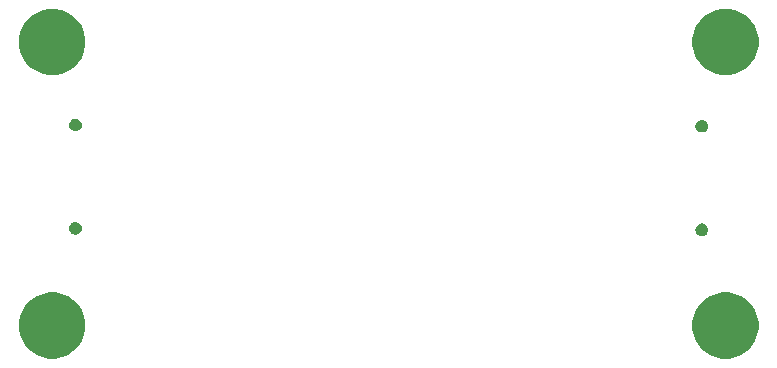
<source format=gbr>
G04 #@! TF.GenerationSoftware,KiCad,Pcbnew,5.1.2-f72e74a~84~ubuntu18.04.1*
G04 #@! TF.CreationDate,2019-07-13T08:00:24-04:00*
G04 #@! TF.ProjectId,iss-lna,6973732d-6c6e-4612-9e6b-696361645f70,rev?*
G04 #@! TF.SameCoordinates,Original*
G04 #@! TF.FileFunction,Soldermask,Bot*
G04 #@! TF.FilePolarity,Negative*
%FSLAX46Y46*%
G04 Gerber Fmt 4.6, Leading zero omitted, Abs format (unit mm)*
G04 Created by KiCad (PCBNEW 5.1.2-f72e74a~84~ubuntu18.04.1) date 2019-07-13 08:00:24*
%MOMM*%
%LPD*%
G04 APERTURE LIST*
%ADD10C,0.100000*%
G04 APERTURE END LIST*
D10*
G36*
X140817021Y-67306640D02*
G01*
X141326769Y-67517785D01*
X141326771Y-67517786D01*
X141785534Y-67824321D01*
X142175679Y-68214466D01*
X142482214Y-68673229D01*
X142482215Y-68673231D01*
X142693360Y-69182979D01*
X142801000Y-69724124D01*
X142801000Y-70275876D01*
X142693360Y-70817021D01*
X142482215Y-71326769D01*
X142482214Y-71326771D01*
X142175679Y-71785534D01*
X141785534Y-72175679D01*
X141326771Y-72482214D01*
X141326770Y-72482215D01*
X141326769Y-72482215D01*
X140817021Y-72693360D01*
X140275876Y-72801000D01*
X139724124Y-72801000D01*
X139182979Y-72693360D01*
X138673231Y-72482215D01*
X138673230Y-72482215D01*
X138673229Y-72482214D01*
X138214466Y-72175679D01*
X137824321Y-71785534D01*
X137517786Y-71326771D01*
X137517785Y-71326769D01*
X137306640Y-70817021D01*
X137199000Y-70275876D01*
X137199000Y-69724124D01*
X137306640Y-69182979D01*
X137517785Y-68673231D01*
X137517786Y-68673229D01*
X137824321Y-68214466D01*
X138214466Y-67824321D01*
X138673229Y-67517786D01*
X138673231Y-67517785D01*
X139182979Y-67306640D01*
X139724124Y-67199000D01*
X140275876Y-67199000D01*
X140817021Y-67306640D01*
X140817021Y-67306640D01*
G37*
G36*
X83817021Y-67306640D02*
G01*
X84326769Y-67517785D01*
X84326771Y-67517786D01*
X84785534Y-67824321D01*
X85175679Y-68214466D01*
X85482214Y-68673229D01*
X85482215Y-68673231D01*
X85693360Y-69182979D01*
X85801000Y-69724124D01*
X85801000Y-70275876D01*
X85693360Y-70817021D01*
X85482215Y-71326769D01*
X85482214Y-71326771D01*
X85175679Y-71785534D01*
X84785534Y-72175679D01*
X84326771Y-72482214D01*
X84326770Y-72482215D01*
X84326769Y-72482215D01*
X83817021Y-72693360D01*
X83275876Y-72801000D01*
X82724124Y-72801000D01*
X82182979Y-72693360D01*
X81673231Y-72482215D01*
X81673230Y-72482215D01*
X81673229Y-72482214D01*
X81214466Y-72175679D01*
X80824321Y-71785534D01*
X80517786Y-71326771D01*
X80517785Y-71326769D01*
X80306640Y-70817021D01*
X80199000Y-70275876D01*
X80199000Y-69724124D01*
X80306640Y-69182979D01*
X80517785Y-68673231D01*
X80517786Y-68673229D01*
X80824321Y-68214466D01*
X81214466Y-67824321D01*
X81673229Y-67517786D01*
X81673231Y-67517785D01*
X82182979Y-67306640D01*
X82724124Y-67199000D01*
X83275876Y-67199000D01*
X83817021Y-67306640D01*
X83817021Y-67306640D01*
G37*
G36*
X138151645Y-61368405D02*
G01*
X138248753Y-61408629D01*
X138336149Y-61467025D01*
X138410475Y-61541351D01*
X138468871Y-61628747D01*
X138509095Y-61725855D01*
X138529600Y-61828944D01*
X138529600Y-61934056D01*
X138509095Y-62037145D01*
X138468871Y-62134253D01*
X138410475Y-62221649D01*
X138336149Y-62295975D01*
X138248753Y-62354371D01*
X138151645Y-62394595D01*
X138048556Y-62415100D01*
X137943444Y-62415100D01*
X137840355Y-62394595D01*
X137743247Y-62354371D01*
X137655851Y-62295975D01*
X137581525Y-62221649D01*
X137523129Y-62134253D01*
X137482905Y-62037145D01*
X137462400Y-61934056D01*
X137462400Y-61828944D01*
X137482905Y-61725855D01*
X137523129Y-61628747D01*
X137581525Y-61541351D01*
X137655851Y-61467025D01*
X137743247Y-61408629D01*
X137840355Y-61368405D01*
X137943444Y-61347900D01*
X138048556Y-61347900D01*
X138151645Y-61368405D01*
X138151645Y-61368405D01*
G37*
G36*
X85124645Y-61258405D02*
G01*
X85221753Y-61298629D01*
X85309149Y-61357025D01*
X85383475Y-61431351D01*
X85441871Y-61518747D01*
X85482095Y-61615855D01*
X85502600Y-61718944D01*
X85502600Y-61824056D01*
X85482095Y-61927145D01*
X85441871Y-62024253D01*
X85383475Y-62111649D01*
X85309149Y-62185975D01*
X85221753Y-62244371D01*
X85124645Y-62284595D01*
X85021556Y-62305100D01*
X84916444Y-62305100D01*
X84813355Y-62284595D01*
X84716247Y-62244371D01*
X84628851Y-62185975D01*
X84554525Y-62111649D01*
X84496129Y-62024253D01*
X84455905Y-61927145D01*
X84435400Y-61824056D01*
X84435400Y-61718944D01*
X84455905Y-61615855D01*
X84496129Y-61518747D01*
X84554525Y-61431351D01*
X84628851Y-61357025D01*
X84716247Y-61298629D01*
X84813355Y-61258405D01*
X84916444Y-61237900D01*
X85021556Y-61237900D01*
X85124645Y-61258405D01*
X85124645Y-61258405D01*
G37*
G36*
X138151645Y-52605405D02*
G01*
X138248753Y-52645629D01*
X138336149Y-52704025D01*
X138410475Y-52778351D01*
X138468871Y-52865747D01*
X138509095Y-52962855D01*
X138529600Y-53065944D01*
X138529600Y-53171056D01*
X138509095Y-53274145D01*
X138468871Y-53371253D01*
X138410475Y-53458649D01*
X138336149Y-53532975D01*
X138248753Y-53591371D01*
X138151645Y-53631595D01*
X138048556Y-53652100D01*
X137943444Y-53652100D01*
X137840355Y-53631595D01*
X137743247Y-53591371D01*
X137655851Y-53532975D01*
X137581525Y-53458649D01*
X137523129Y-53371253D01*
X137482905Y-53274145D01*
X137462400Y-53171056D01*
X137462400Y-53065944D01*
X137482905Y-52962855D01*
X137523129Y-52865747D01*
X137581525Y-52778351D01*
X137655851Y-52704025D01*
X137743247Y-52645629D01*
X137840355Y-52605405D01*
X137943444Y-52584900D01*
X138048556Y-52584900D01*
X138151645Y-52605405D01*
X138151645Y-52605405D01*
G37*
G36*
X85124645Y-52495405D02*
G01*
X85221753Y-52535629D01*
X85309149Y-52594025D01*
X85383475Y-52668351D01*
X85441871Y-52755747D01*
X85482095Y-52852855D01*
X85502600Y-52955944D01*
X85502600Y-53061056D01*
X85482095Y-53164145D01*
X85441871Y-53261253D01*
X85383475Y-53348649D01*
X85309149Y-53422975D01*
X85221753Y-53481371D01*
X85124645Y-53521595D01*
X85021556Y-53542100D01*
X84916444Y-53542100D01*
X84813355Y-53521595D01*
X84716247Y-53481371D01*
X84628851Y-53422975D01*
X84554525Y-53348649D01*
X84496129Y-53261253D01*
X84455905Y-53164145D01*
X84435400Y-53061056D01*
X84435400Y-52955944D01*
X84455905Y-52852855D01*
X84496129Y-52755747D01*
X84554525Y-52668351D01*
X84628851Y-52594025D01*
X84716247Y-52535629D01*
X84813355Y-52495405D01*
X84916444Y-52474900D01*
X85021556Y-52474900D01*
X85124645Y-52495405D01*
X85124645Y-52495405D01*
G37*
G36*
X140817021Y-43306640D02*
G01*
X141326769Y-43517785D01*
X141326771Y-43517786D01*
X141785534Y-43824321D01*
X142175679Y-44214466D01*
X142482214Y-44673229D01*
X142482215Y-44673231D01*
X142693360Y-45182979D01*
X142801000Y-45724124D01*
X142801000Y-46275876D01*
X142693360Y-46817021D01*
X142482215Y-47326769D01*
X142482214Y-47326771D01*
X142175679Y-47785534D01*
X141785534Y-48175679D01*
X141326771Y-48482214D01*
X141326770Y-48482215D01*
X141326769Y-48482215D01*
X140817021Y-48693360D01*
X140275876Y-48801000D01*
X139724124Y-48801000D01*
X139182979Y-48693360D01*
X138673231Y-48482215D01*
X138673230Y-48482215D01*
X138673229Y-48482214D01*
X138214466Y-48175679D01*
X137824321Y-47785534D01*
X137517786Y-47326771D01*
X137517785Y-47326769D01*
X137306640Y-46817021D01*
X137199000Y-46275876D01*
X137199000Y-45724124D01*
X137306640Y-45182979D01*
X137517785Y-44673231D01*
X137517786Y-44673229D01*
X137824321Y-44214466D01*
X138214466Y-43824321D01*
X138673229Y-43517786D01*
X138673231Y-43517785D01*
X139182979Y-43306640D01*
X139724124Y-43199000D01*
X140275876Y-43199000D01*
X140817021Y-43306640D01*
X140817021Y-43306640D01*
G37*
G36*
X83817021Y-43306640D02*
G01*
X84326769Y-43517785D01*
X84326771Y-43517786D01*
X84785534Y-43824321D01*
X85175679Y-44214466D01*
X85482214Y-44673229D01*
X85482215Y-44673231D01*
X85693360Y-45182979D01*
X85801000Y-45724124D01*
X85801000Y-46275876D01*
X85693360Y-46817021D01*
X85482215Y-47326769D01*
X85482214Y-47326771D01*
X85175679Y-47785534D01*
X84785534Y-48175679D01*
X84326771Y-48482214D01*
X84326770Y-48482215D01*
X84326769Y-48482215D01*
X83817021Y-48693360D01*
X83275876Y-48801000D01*
X82724124Y-48801000D01*
X82182979Y-48693360D01*
X81673231Y-48482215D01*
X81673230Y-48482215D01*
X81673229Y-48482214D01*
X81214466Y-48175679D01*
X80824321Y-47785534D01*
X80517786Y-47326771D01*
X80517785Y-47326769D01*
X80306640Y-46817021D01*
X80199000Y-46275876D01*
X80199000Y-45724124D01*
X80306640Y-45182979D01*
X80517785Y-44673231D01*
X80517786Y-44673229D01*
X80824321Y-44214466D01*
X81214466Y-43824321D01*
X81673229Y-43517786D01*
X81673231Y-43517785D01*
X82182979Y-43306640D01*
X82724124Y-43199000D01*
X83275876Y-43199000D01*
X83817021Y-43306640D01*
X83817021Y-43306640D01*
G37*
M02*

</source>
